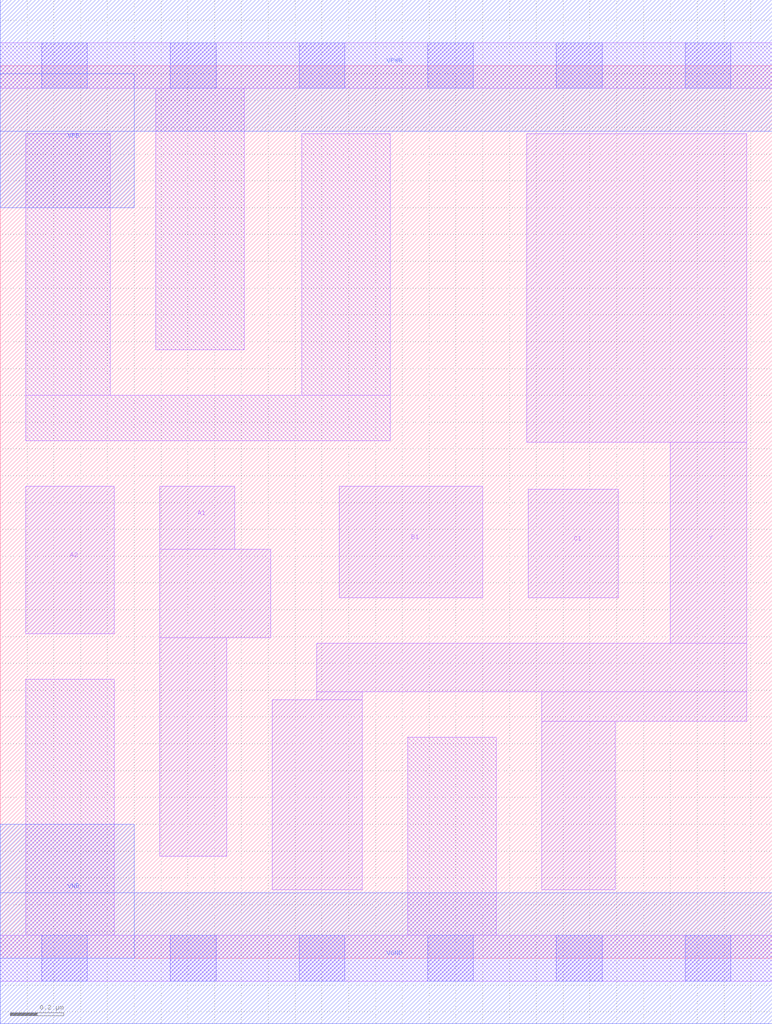
<source format=lef>
# Copyright 2020 The SkyWater PDK Authors
#
# Licensed under the Apache License, Version 2.0 (the "License");
# you may not use this file except in compliance with the License.
# You may obtain a copy of the License at
#
#     https://www.apache.org/licenses/LICENSE-2.0
#
# Unless required by applicable law or agreed to in writing, software
# distributed under the License is distributed on an "AS IS" BASIS,
# WITHOUT WARRANTIES OR CONDITIONS OF ANY KIND, either express or implied.
# See the License for the specific language governing permissions and
# limitations under the License.
#
# SPDX-License-Identifier: Apache-2.0

VERSION 5.5 ;
NAMESCASESENSITIVE ON ;
BUSBITCHARS "[]" ;
DIVIDERCHAR "/" ;
MACRO sky130_fd_sc_lp__a211oi_1
  CLASS CORE ;
  SOURCE USER ;
  ORIGIN  0.000000  0.000000 ;
  SIZE  2.880000 BY  3.330000 ;
  SYMMETRY X Y R90 ;
  SITE unit ;
  PIN A1
    ANTENNAGATEAREA  0.315000 ;
    DIRECTION INPUT ;
    USE SIGNAL ;
    PORT
      LAYER li1 ;
        RECT 0.595000 0.380000 0.845000 1.195000 ;
        RECT 0.595000 1.195000 1.010000 1.525000 ;
        RECT 0.595000 1.525000 0.875000 1.760000 ;
    END
  END A1
  PIN A2
    ANTENNAGATEAREA  0.315000 ;
    DIRECTION INPUT ;
    USE SIGNAL ;
    PORT
      LAYER li1 ;
        RECT 0.095000 1.210000 0.425000 1.760000 ;
    END
  END A2
  PIN B1
    ANTENNAGATEAREA  0.315000 ;
    DIRECTION INPUT ;
    USE SIGNAL ;
    PORT
      LAYER li1 ;
        RECT 1.265000 1.345000 1.800000 1.760000 ;
    END
  END B1
  PIN C1
    ANTENNAGATEAREA  0.315000 ;
    DIRECTION INPUT ;
    USE SIGNAL ;
    PORT
      LAYER li1 ;
        RECT 1.970000 1.345000 2.305000 1.750000 ;
    END
  END C1
  PIN Y
    ANTENNADIFFAREA  0.884100 ;
    DIRECTION OUTPUT ;
    USE SIGNAL ;
    PORT
      LAYER li1 ;
        RECT 1.015000 0.255000 1.350000 0.965000 ;
        RECT 1.180000 0.965000 1.350000 0.995000 ;
        RECT 1.180000 0.995000 2.785000 1.175000 ;
        RECT 1.965000 1.925000 2.785000 3.075000 ;
        RECT 2.020000 0.255000 2.295000 0.885000 ;
        RECT 2.020000 0.885000 2.785000 0.995000 ;
        RECT 2.500000 1.175000 2.785000 1.925000 ;
    END
  END Y
  PIN VGND
    DIRECTION INOUT ;
    USE GROUND ;
    PORT
      LAYER met1 ;
        RECT 0.000000 -0.245000 2.880000 0.245000 ;
    END
  END VGND
  PIN VNB
    DIRECTION INOUT ;
    USE GROUND ;
    PORT
      LAYER met1 ;
        RECT 0.000000 0.000000 0.500000 0.500000 ;
    END
  END VNB
  PIN VPB
    DIRECTION INOUT ;
    USE POWER ;
    PORT
      LAYER met1 ;
        RECT 0.000000 2.800000 0.500000 3.300000 ;
    END
  END VPB
  PIN VPWR
    DIRECTION INOUT ;
    USE POWER ;
    PORT
      LAYER met1 ;
        RECT 0.000000 3.085000 2.880000 3.575000 ;
    END
  END VPWR
  OBS
    LAYER li1 ;
      RECT 0.000000 -0.085000 2.880000 0.085000 ;
      RECT 0.000000  3.245000 2.880000 3.415000 ;
      RECT 0.095000  0.085000 0.425000 1.040000 ;
      RECT 0.095000  1.930000 1.455000 2.100000 ;
      RECT 0.095000  2.100000 0.410000 3.075000 ;
      RECT 0.580000  2.270000 0.910000 3.245000 ;
      RECT 1.125000  2.100000 1.455000 3.075000 ;
      RECT 1.520000  0.085000 1.850000 0.825000 ;
    LAYER mcon ;
      RECT 0.155000 -0.085000 0.325000 0.085000 ;
      RECT 0.155000  3.245000 0.325000 3.415000 ;
      RECT 0.635000 -0.085000 0.805000 0.085000 ;
      RECT 0.635000  3.245000 0.805000 3.415000 ;
      RECT 1.115000 -0.085000 1.285000 0.085000 ;
      RECT 1.115000  3.245000 1.285000 3.415000 ;
      RECT 1.595000 -0.085000 1.765000 0.085000 ;
      RECT 1.595000  3.245000 1.765000 3.415000 ;
      RECT 2.075000 -0.085000 2.245000 0.085000 ;
      RECT 2.075000  3.245000 2.245000 3.415000 ;
      RECT 2.555000 -0.085000 2.725000 0.085000 ;
      RECT 2.555000  3.245000 2.725000 3.415000 ;
  END
END sky130_fd_sc_lp__a211oi_1
END LIBRARY

</source>
